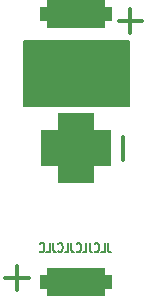
<source format=gbr>
%TF.GenerationSoftware,KiCad,Pcbnew,7.0.6*%
%TF.CreationDate,2023-07-24T21:53:20+02:00*%
%TF.ProjectId,beacon,62656163-6f6e-42e6-9b69-6361645f7063,rev?*%
%TF.SameCoordinates,Original*%
%TF.FileFunction,Legend,Bot*%
%TF.FilePolarity,Positive*%
%FSLAX46Y46*%
G04 Gerber Fmt 4.6, Leading zero omitted, Abs format (unit mm)*
G04 Created by KiCad (PCBNEW 7.0.6) date 2023-07-24 21:53:20*
%MOMM*%
%LPD*%
G01*
G04 APERTURE LIST*
G04 Aperture macros list*
%AMRoundRect*
0 Rectangle with rounded corners*
0 $1 Rounding radius*
0 $2 $3 $4 $5 $6 $7 $8 $9 X,Y pos of 4 corners*
0 Add a 4 corners polygon primitive as box body*
4,1,4,$2,$3,$4,$5,$6,$7,$8,$9,$2,$3,0*
0 Add four circle primitives for the rounded corners*
1,1,$1+$1,$2,$3*
1,1,$1+$1,$4,$5*
1,1,$1+$1,$6,$7*
1,1,$1+$1,$8,$9*
0 Add four rect primitives between the rounded corners*
20,1,$1+$1,$2,$3,$4,$5,0*
20,1,$1+$1,$4,$5,$6,$7,0*
20,1,$1+$1,$6,$7,$8,$9,0*
20,1,$1+$1,$8,$9,$2,$3,0*%
G04 Aperture macros list end*
%ADD10C,0.150000*%
%ADD11C,0.300000*%
%ADD12C,1.300000*%
%ADD13C,1.700000*%
%ADD14O,1.700000X1.700000*%
%ADD15RoundRect,0.600000X-2.450000X0.600000X-2.450000X-0.600000X2.450000X-0.600000X2.450000X0.600000X0*%
%ADD16RoundRect,1.500000X-1.500000X1.500000X-1.500000X-1.500000X1.500000X-1.500000X1.500000X1.500000X0*%
G04 APERTURE END LIST*
D10*
X3100000Y23600000D02*
X12000000Y23600000D01*
X12000000Y18100000D01*
X3100000Y18100000D01*
X3100000Y23600000D01*
G36*
X3100000Y23600000D02*
G01*
X12000000Y23600000D01*
X12000000Y18100000D01*
X3100000Y18100000D01*
X3100000Y23600000D01*
G37*
X10187030Y6505705D02*
X10187030Y5934277D01*
X10187030Y5934277D02*
X10215601Y5819991D01*
X10215601Y5819991D02*
X10272744Y5743800D01*
X10272744Y5743800D02*
X10358458Y5705705D01*
X10358458Y5705705D02*
X10415601Y5705705D01*
X9615601Y5705705D02*
X9901315Y5705705D01*
X9901315Y5705705D02*
X9901315Y6505705D01*
X9072744Y5781896D02*
X9101316Y5743800D01*
X9101316Y5743800D02*
X9187030Y5705705D01*
X9187030Y5705705D02*
X9244173Y5705705D01*
X9244173Y5705705D02*
X9329887Y5743800D01*
X9329887Y5743800D02*
X9387030Y5819991D01*
X9387030Y5819991D02*
X9415601Y5896181D01*
X9415601Y5896181D02*
X9444173Y6048562D01*
X9444173Y6048562D02*
X9444173Y6162848D01*
X9444173Y6162848D02*
X9415601Y6315229D01*
X9415601Y6315229D02*
X9387030Y6391420D01*
X9387030Y6391420D02*
X9329887Y6467610D01*
X9329887Y6467610D02*
X9244173Y6505705D01*
X9244173Y6505705D02*
X9187030Y6505705D01*
X9187030Y6505705D02*
X9101316Y6467610D01*
X9101316Y6467610D02*
X9072744Y6429515D01*
X8644173Y6505705D02*
X8644173Y5934277D01*
X8644173Y5934277D02*
X8672744Y5819991D01*
X8672744Y5819991D02*
X8729887Y5743800D01*
X8729887Y5743800D02*
X8815601Y5705705D01*
X8815601Y5705705D02*
X8872744Y5705705D01*
X8072744Y5705705D02*
X8358458Y5705705D01*
X8358458Y5705705D02*
X8358458Y6505705D01*
X7529887Y5781896D02*
X7558459Y5743800D01*
X7558459Y5743800D02*
X7644173Y5705705D01*
X7644173Y5705705D02*
X7701316Y5705705D01*
X7701316Y5705705D02*
X7787030Y5743800D01*
X7787030Y5743800D02*
X7844173Y5819991D01*
X7844173Y5819991D02*
X7872744Y5896181D01*
X7872744Y5896181D02*
X7901316Y6048562D01*
X7901316Y6048562D02*
X7901316Y6162848D01*
X7901316Y6162848D02*
X7872744Y6315229D01*
X7872744Y6315229D02*
X7844173Y6391420D01*
X7844173Y6391420D02*
X7787030Y6467610D01*
X7787030Y6467610D02*
X7701316Y6505705D01*
X7701316Y6505705D02*
X7644173Y6505705D01*
X7644173Y6505705D02*
X7558459Y6467610D01*
X7558459Y6467610D02*
X7529887Y6429515D01*
X7101316Y6505705D02*
X7101316Y5934277D01*
X7101316Y5934277D02*
X7129887Y5819991D01*
X7129887Y5819991D02*
X7187030Y5743800D01*
X7187030Y5743800D02*
X7272744Y5705705D01*
X7272744Y5705705D02*
X7329887Y5705705D01*
X6529887Y5705705D02*
X6815601Y5705705D01*
X6815601Y5705705D02*
X6815601Y6505705D01*
X5987030Y5781896D02*
X6015602Y5743800D01*
X6015602Y5743800D02*
X6101316Y5705705D01*
X6101316Y5705705D02*
X6158459Y5705705D01*
X6158459Y5705705D02*
X6244173Y5743800D01*
X6244173Y5743800D02*
X6301316Y5819991D01*
X6301316Y5819991D02*
X6329887Y5896181D01*
X6329887Y5896181D02*
X6358459Y6048562D01*
X6358459Y6048562D02*
X6358459Y6162848D01*
X6358459Y6162848D02*
X6329887Y6315229D01*
X6329887Y6315229D02*
X6301316Y6391420D01*
X6301316Y6391420D02*
X6244173Y6467610D01*
X6244173Y6467610D02*
X6158459Y6505705D01*
X6158459Y6505705D02*
X6101316Y6505705D01*
X6101316Y6505705D02*
X6015602Y6467610D01*
X6015602Y6467610D02*
X5987030Y6429515D01*
X5558459Y6505705D02*
X5558459Y5934277D01*
X5558459Y5934277D02*
X5587030Y5819991D01*
X5587030Y5819991D02*
X5644173Y5743800D01*
X5644173Y5743800D02*
X5729887Y5705705D01*
X5729887Y5705705D02*
X5787030Y5705705D01*
X4987030Y5705705D02*
X5272744Y5705705D01*
X5272744Y5705705D02*
X5272744Y6505705D01*
X4444173Y5781896D02*
X4472745Y5743800D01*
X4472745Y5743800D02*
X4558459Y5705705D01*
X4558459Y5705705D02*
X4615602Y5705705D01*
X4615602Y5705705D02*
X4701316Y5743800D01*
X4701316Y5743800D02*
X4758459Y5819991D01*
X4758459Y5819991D02*
X4787030Y5896181D01*
X4787030Y5896181D02*
X4815602Y6048562D01*
X4815602Y6048562D02*
X4815602Y6162848D01*
X4815602Y6162848D02*
X4787030Y6315229D01*
X4787030Y6315229D02*
X4758459Y6391420D01*
X4758459Y6391420D02*
X4701316Y6467610D01*
X4701316Y6467610D02*
X4615602Y6505705D01*
X4615602Y6505705D02*
X4558459Y6505705D01*
X4558459Y6505705D02*
X4472745Y6467610D01*
X4472745Y6467610D02*
X4444173Y6429515D01*
D11*
%TO.C,BT1*%
X12100000Y26300000D02*
X12100000Y24300000D01*
X11100000Y25300000D02*
X13100000Y25300000D01*
X11500000Y15500000D02*
X11500000Y13500000D01*
X2500000Y4500000D02*
X2500000Y2500000D01*
X3500000Y3500000D02*
X1500000Y3500000D01*
%TD*%
%LPC*%
D12*
%TO.C,H2*%
X13000000Y3800000D03*
%TD*%
D13*
%TO.C,J1*%
X12500000Y875000D03*
D14*
X9960000Y875000D03*
X7420000Y875000D03*
X4880000Y875000D03*
X2340000Y875000D03*
%TD*%
D12*
%TO.C,H1*%
X2500000Y24600000D03*
%TD*%
D15*
%TO.C,BT1*%
X7500000Y25850000D03*
X7500000Y3150000D03*
D16*
X7500000Y14500000D03*
%TD*%
%LPD*%
M02*

</source>
